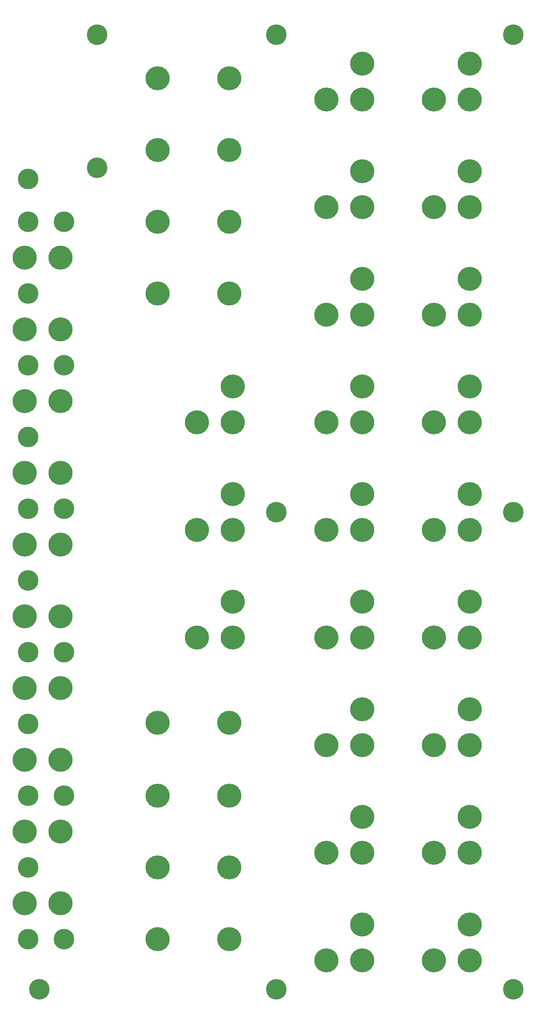
<source format=gts>
G75*
%MOIN*%
%OFA0B0*%
%FSLAX24Y24*%
%IPPOS*%
%LPD*%
%AMOC8*
5,1,8,0,0,1.08239X$1,22.5*
%
%ADD10C,0.2080*%
%ADD11C,0.1780*%
D10*
X011430Y019143D03*
X014530Y019143D03*
X014530Y025343D03*
X011430Y025343D03*
X011430Y031543D03*
X014530Y031543D03*
X014530Y037743D03*
X011430Y037743D03*
X011430Y043943D03*
X014530Y043943D03*
X014530Y050143D03*
X011430Y050143D03*
X011430Y056343D03*
X014530Y056343D03*
X014530Y062543D03*
X011430Y062543D03*
X011430Y068743D03*
X014530Y068743D03*
X014530Y074943D03*
X011430Y074943D03*
X022930Y071843D03*
X022930Y078043D03*
X022930Y084243D03*
X022930Y090443D03*
X029130Y090443D03*
X029130Y084243D03*
X029130Y078043D03*
X029130Y071843D03*
X029430Y063793D03*
X029430Y060693D03*
X026330Y060693D03*
X029430Y054493D03*
X029430Y051393D03*
X026330Y051393D03*
X029430Y045193D03*
X029430Y042093D03*
X026330Y042093D03*
X029130Y034743D03*
X029130Y028443D03*
X029130Y022243D03*
X029130Y016043D03*
X022930Y016043D03*
X022930Y022243D03*
X022930Y028443D03*
X022930Y034743D03*
X037530Y032793D03*
X040630Y032793D03*
X040630Y035893D03*
X040630Y042093D03*
X040630Y045193D03*
X037530Y042093D03*
X037530Y051393D03*
X040630Y051393D03*
X040630Y054493D03*
X040630Y060693D03*
X040630Y063793D03*
X037530Y060693D03*
X037530Y069993D03*
X040630Y069993D03*
X040630Y073093D03*
X040630Y079293D03*
X040630Y082393D03*
X037530Y079293D03*
X037530Y088593D03*
X040630Y088593D03*
X040630Y091693D03*
X046830Y088593D03*
X049930Y088593D03*
X049930Y091693D03*
X049930Y082393D03*
X049930Y079293D03*
X046830Y079293D03*
X049930Y073093D03*
X049930Y069993D03*
X046830Y069993D03*
X049930Y063793D03*
X049930Y060693D03*
X046830Y060693D03*
X049930Y054493D03*
X049930Y051393D03*
X046830Y051393D03*
X049930Y045193D03*
X049930Y042093D03*
X046830Y042093D03*
X049930Y035893D03*
X049930Y032793D03*
X046830Y032793D03*
X049930Y026593D03*
X049930Y023493D03*
X046830Y023493D03*
X049930Y017293D03*
X049930Y014193D03*
X046830Y014193D03*
X040630Y014193D03*
X040630Y017293D03*
X037530Y014193D03*
X037530Y023493D03*
X040630Y023493D03*
X040630Y026593D03*
D11*
X011730Y016043D03*
X014830Y016043D03*
X012680Y011693D03*
X011730Y022243D03*
X011730Y028443D03*
X014830Y028443D03*
X011730Y034643D03*
X011730Y040843D03*
X014830Y040843D03*
X011730Y047043D03*
X011730Y053243D03*
X014830Y053243D03*
X011730Y059443D03*
X011730Y065643D03*
X014830Y065643D03*
X011730Y071843D03*
X011730Y078043D03*
X014830Y078043D03*
X011730Y081743D03*
X017680Y082693D03*
X017680Y094193D03*
X033180Y094193D03*
X053680Y094193D03*
X053680Y052943D03*
X033180Y052943D03*
X033180Y011693D03*
X053680Y011693D03*
M02*

</source>
